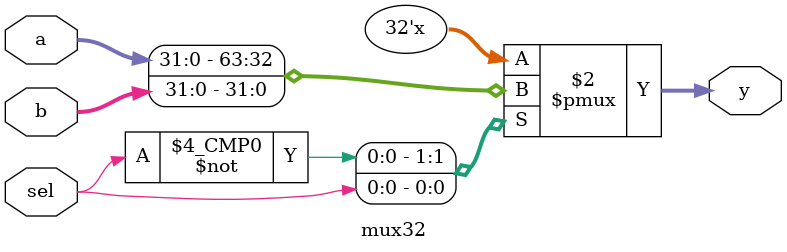
<source format=sv>
`timescale 1ns / 1ps
module mux32(
  input sel,
  input  [31:0] a,
  input  [31:0] b, 
  output logic [31:0] y
);
  
always @(*)
  begin
    case(sel)
      1'b0 : y = a;
      1'b1 : y = b;
      default : y = 0;
    endcase
  end   
endmodule
</source>
